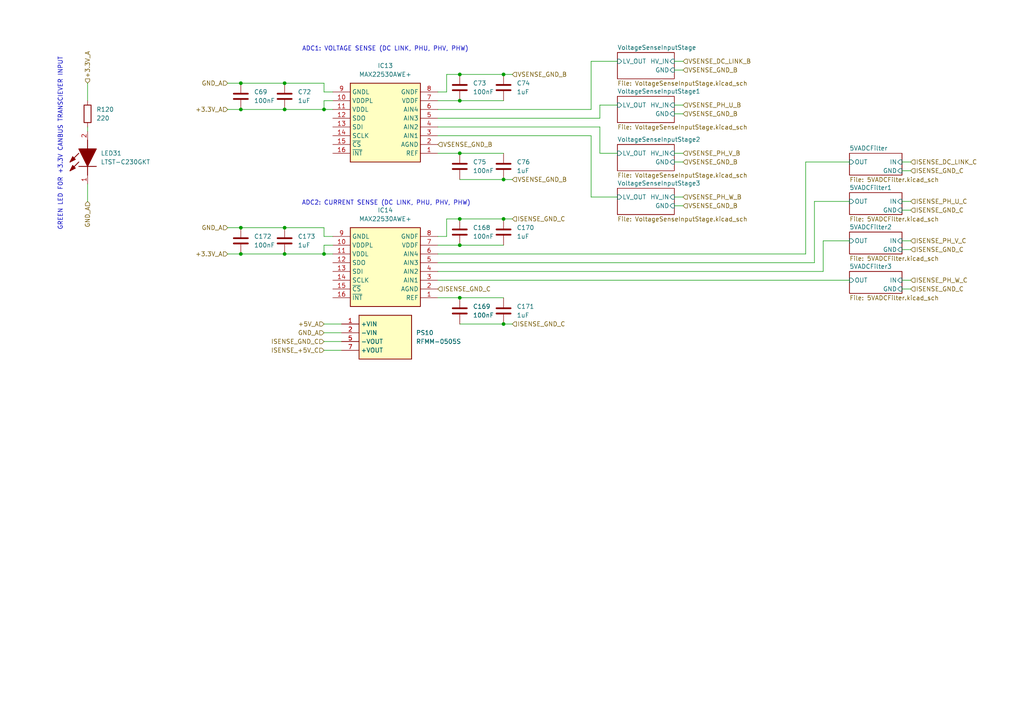
<source format=kicad_sch>
(kicad_sch (version 20250114) (generator "eeschema") (generator_version "9.0")
  (paper "A4")
  (lib_symbols
    (symbol "Device:C" (pin_numbers (hide yes)) (pin_names (offset 0.254))
      (property "Reference" "C" (at 0.635 2.54 0))
      (property "Value" "C" (at 0.635 -2.54 0))
      (symbol "C_0_1"
        (polyline (pts (xy -2.032 0.762) (xy 2.032 0.762)) (stroke (width 0.508)))
        (polyline (pts (xy -2.032 -0.762) (xy 2.032 -0.762)) (stroke (width 0.508)))
      )
      (symbol "C_1_1"
        (pin passive line (at 0 3.81 270) (length 2.794) (name "~") (number "1"))
        (pin passive line (at 0 -3.81 90) (length 2.794) (name "~") (number "2"))
      )
    )
    (symbol "Device:R" (pin_numbers (hide yes)) (pin_names (offset 0))
      (property "Reference" "R" (at 2.032 0 90))
      (property "Value" "R" (at 0 0 90))
      (symbol "R_0_1"
        (rectangle (start -1.016 -2.54) (end 1.016 2.54) (stroke (width 0.254)))
      )
      (symbol "R_1_1"
        (pin passive line (at 0 3.81 270) (length 1.27) (name "~") (number "1"))
        (pin passive line (at 0 -3.81 90) (length 1.27) (name "~") (number "2"))
      )
    )
    (symbol "InverterCom:LTST-C230GKT" (pin_names (hide yes))
      (property "Reference" "LED" (at 12.7 8.89 0))
      (property "Value" "LTST-C230GKT" (at 12.7 6.35 0))
      (symbol "LTST-C230GKT_1_1"
        (polyline (pts (xy 2.54 0) (xy 5.08 0)) (stroke (width 0.254)))
        (polyline (pts (xy 5.08 2.54) (xy 5.08 -2.54)) (stroke (width 0.254)))
        (polyline (pts (xy 5.08 0) (xy 10.16 2.54) (xy 10.16 -2.54) (xy 5.08 0)) (stroke (width 0.254)) (fill (type outline)))
        (polyline (pts (xy 5.334 4.318) (xy 4.572 3.556) (xy 3.81 5.08) (xy 5.334 4.318)) (stroke (width 0.254)) (fill (type outline)))
        (polyline (pts (xy 6.35 2.54) (xy 3.81 5.08)) (stroke (width 0.254)))
        (polyline (pts (xy 7.874 4.318) (xy 7.112 3.556) (xy 6.35 5.08) (xy 7.874 4.318)) (stroke (width 0.254)) (fill (type outline)))
        (polyline (pts (xy 8.89 2.54) (xy 6.35 5.08)) (stroke (width 0.254)))
        (polyline (pts (xy 10.16 0) (xy 12.7 0)) (stroke (width 0.254)))
        (pin passive line (at 0 0 0) (length 2.54) (name "K") (number "1"))
        (pin passive line (at 15.24 0 180) (length 2.54) (name "A") (number "2"))
      )
    )
    (symbol "InverterCom:MAX22530AWE+"
      (property "Reference" "IC" (at 26.67 7.62 0))
      (property "Value" "MAX22530AWE+" (at 26.67 5.08 0))
      (symbol "MAX22530AWE+_1_1"
        (rectangle (start 5.08 2.54) (end 25.4 -20.32) (stroke (width 0.254)) (fill (type background)))
        (pin passive line (at 0 0 0) (length 5.08) (name "REF") (number "1"))
        (pin passive line (at 0 -2.54 0) (length 5.08) (name "AGND") (number "2"))
        (pin passive line (at 0 -5.08 0) (length 5.08) (name "AIN1") (number "3"))
        (pin passive line (at 0 -7.62 0) (length 5.08) (name "AIN2") (number "4"))
        (pin passive line (at 0 -10.16 0) (length 5.08) (name "AIN3") (number "5"))
        (pin passive line (at 0 -12.7 0) (length 5.08) (name "AIN4") (number "6"))
        (pin passive line (at 0 -15.24 0) (length 5.08) (name "VDDF") (number "7"))
        (pin passive line (at 0 -17.78 0) (length 5.08) (name "GNDF") (number "8"))
        (pin passive line (at 30.48 0 180) (length 5.08) (name "~{INT}") (number "16"))
        (pin passive line (at 30.48 -2.54 180) (length 5.08) (name "~{CS}") (number "15"))
        (pin passive line (at 30.48 -5.08 180) (length 5.08) (name "SCLK") (number "14"))
        (pin passive line (at 30.48 -7.62 180) (length 5.08) (name "SDI") (number "13"))
        (pin passive line (at 30.48 -10.16 180) (length 5.08) (name "SDO") (number "12"))
        (pin passive line (at 30.48 -12.7 180) (length 5.08) (name "VDDL") (number "11"))
        (pin passive line (at 30.48 -15.24 180) (length 5.08) (name "VDDPL") (number "10"))
        (pin passive line (at 30.48 -17.78 180) (length 5.08) (name "GNDL") (number "9"))
      )
    )
    (symbol "InverterCom:RFMM-0505S"
      (property "Reference" "PS" (at 21.59 7.62 0))
      (property "Value" "RFMM-0505S" (at 21.59 5.08 0))
      (symbol "RFMM-0505S_1_1"
        (rectangle (start 5.08 2.54) (end 20.32 -10.16) (stroke (width 0.254)) (fill (type background)))
        (pin passive line (at 0 0 0) (length 5.08) (name "+VIN") (number "1"))
        (pin passive line (at 0 -2.54 0) (length 5.08) (name "-VIN") (number "2"))
        (pin passive line (at 0 -5.08 0) (length 5.08) (name "-VOUT") (number "5"))
        (pin passive line (at 0 -7.62 0) (length 5.08) (name "+VOUT") (number "7"))
      )
    )
  )
  (text "ADC1: VOLTAGE SENSE (DC LINK, PHU, PHV, PHW)" (at 111.76 14.224 0) (effects (font (size 1.27 1.27))))
  (text "GREEN LED FOR +3.3V CANBUS TRANSCIEVER INPUT" (at 17.526 41.656 90) (effects (font (size 1.27 1.27))))
  (text "ADC2: CURRENT SENSE (DC LINK, PHU, PHV, PHW)" (at 112.014 58.928 0) (effects (font (size 1.27 1.27))))
  (junction (at 82.55 24.13))
  (junction (at 146.05 63.5))
  (junction (at 133.35 63.5))
  (junction (at 82.55 73.66))
  (junction (at 133.35 44.45))
  (junction (at 69.85 73.66))
  (junction (at 146.05 93.98))
  (junction (at 93.98 31.75))
  (junction (at 146.05 21.59))
  (junction (at 93.98 73.66))
  (junction (at 133.35 21.59))
  (junction (at 133.35 86.36))
  (junction (at 146.05 52.07))
  (junction (at 69.85 66.04))
  (junction (at 82.55 66.04))
  (junction (at 133.35 71.12))
  (junction (at 82.55 31.75))
  (junction (at 69.85 24.13))
  (junction (at 133.35 29.21))
  (junction (at 69.85 31.75))
  (wire (pts (xy 93.98 73.66) (xy 96.52 73.66)))
  (wire (pts (xy 93.98 96.52) (xy 99.06 96.52)))
  (wire (pts (xy 93.98 93.98) (xy 99.06 93.98)))
  (wire (pts (xy 93.98 66.04) (xy 93.98 68.58)))
  (wire (pts (xy 171.45 31.75) (xy 127 31.75)))
  (wire (pts (xy 129.54 21.59) (xy 133.35 21.59)))
  (wire (pts (xy 171.45 57.15) (xy 171.45 39.37)))
  (wire (pts (xy 82.55 73.66) (xy 93.98 73.66)))
  (wire (pts (xy 66.04 73.66) (xy 69.85 73.66)))
  (wire (pts (xy 82.55 24.13) (xy 93.98 24.13)))
  (wire (pts (xy 261.62 83.82) (xy 264.16 83.82)))
  (wire (pts (xy 69.85 66.04) (xy 82.55 66.04)))
  (wire (pts (xy 93.98 101.6) (xy 99.06 101.6)))
  (wire (pts (xy 129.54 63.5) (xy 133.35 63.5)))
  (wire (pts (xy 133.35 86.36) (xy 146.05 86.36)))
  (wire (pts (xy 127 71.12) (xy 133.35 71.12)))
  (wire (pts (xy 198.12 57.15) (xy 195.58 57.15)))
  (wire (pts (xy 261.62 58.42) (xy 264.16 58.42)))
  (wire (pts (xy 82.55 31.75) (xy 93.98 31.75)))
  (wire (pts (xy 246.38 69.85) (xy 238.76 69.85)))
  (wire (pts (xy 261.62 60.96) (xy 264.16 60.96)))
  (wire (pts (xy 93.98 24.13) (xy 93.98 26.67)))
  (wire (pts (xy 133.35 44.45) (xy 146.05 44.45)))
  (wire (pts (xy 129.54 68.58) (xy 129.54 63.5)))
  (wire (pts (xy 233.68 73.66) (xy 233.68 46.99)))
  (wire (pts (xy 261.62 46.99) (xy 264.16 46.99)))
  (wire (pts (xy 198.12 59.69) (xy 195.58 59.69)))
  (wire (pts (xy 93.98 71.12) (xy 93.98 73.66)))
  (wire (pts (xy 198.12 44.45) (xy 195.58 44.45)))
  (wire (pts (xy 66.04 24.13) (xy 69.85 24.13)))
  (wire (pts (xy 133.35 29.21) (xy 146.05 29.21)))
  (wire (pts (xy 146.05 63.5) (xy 148.59 63.5)))
  (wire (pts (xy 233.68 46.99) (xy 246.38 46.99)))
  (wire (pts (xy 133.35 21.59) (xy 146.05 21.59)))
  (wire (pts (xy 173.99 34.29) (xy 127 34.29)))
  (wire (pts (xy 171.45 17.78) (xy 179.07 17.78)))
  (wire (pts (xy 93.98 31.75) (xy 96.52 31.75)))
  (wire (pts (xy 66.04 66.04) (xy 69.85 66.04)))
  (wire (pts (xy 133.35 63.5) (xy 146.05 63.5)))
  (wire (pts (xy 127 36.83) (xy 173.99 36.83)))
  (wire (pts (xy 173.99 30.48) (xy 173.99 34.29)))
  (wire (pts (xy 127 86.36) (xy 133.35 86.36)))
  (wire (pts (xy 93.98 99.06) (xy 99.06 99.06)))
  (wire (pts (xy 179.07 57.15) (xy 171.45 57.15)))
  (wire (pts (xy 198.12 46.99) (xy 195.58 46.99)))
  (wire (pts (xy 127 44.45) (xy 133.35 44.45)))
  (wire (pts (xy 171.45 39.37) (xy 127 39.37)))
  (wire (pts (xy 96.52 71.12) (xy 93.98 71.12)))
  (wire (pts (xy 198.12 17.78) (xy 195.58 17.78)))
  (wire (pts (xy 66.04 31.75) (xy 69.85 31.75)))
  (wire (pts (xy 173.99 44.45) (xy 173.99 36.83)))
  (wire (pts (xy 127 26.67) (xy 129.54 26.67)))
  (wire (pts (xy 198.12 20.32) (xy 195.58 20.32)))
  (wire (pts (xy 82.55 66.04) (xy 93.98 66.04)))
  (wire (pts (xy 146.05 21.59) (xy 148.59 21.59)))
  (wire (pts (xy 198.12 33.02) (xy 195.58 33.02)))
  (wire (pts (xy 127 73.66) (xy 233.68 73.66)))
  (wire (pts (xy 129.54 26.67) (xy 129.54 21.59)))
  (wire (pts (xy 127 76.2) (xy 236.22 76.2)))
  (wire (pts (xy 236.22 76.2) (xy 236.22 58.42)))
  (wire (pts (xy 127 29.21) (xy 133.35 29.21)))
  (wire (pts (xy 93.98 26.67) (xy 96.52 26.67)))
  (wire (pts (xy 127 81.28) (xy 246.38 81.28)))
  (wire (pts (xy 261.62 69.85) (xy 264.16 69.85)))
  (wire (pts (xy 127 78.74) (xy 238.76 78.74)))
  (wire (pts (xy 69.85 31.75) (xy 82.55 31.75)))
  (wire (pts (xy 179.07 44.45) (xy 173.99 44.45)))
  (wire (pts (xy 133.35 52.07) (xy 146.05 52.07)))
  (wire (pts (xy 93.98 29.21) (xy 96.52 29.21)))
  (wire (pts (xy 146.05 52.07) (xy 148.59 52.07)))
  (wire (pts (xy 93.98 29.21) (xy 93.98 31.75)))
  (wire (pts (xy 69.85 24.13) (xy 82.55 24.13)))
  (wire (pts (xy 25.4 24.13) (xy 25.4 29.21)))
  (wire (pts (xy 69.85 73.66) (xy 82.55 73.66)))
  (wire (pts (xy 127 68.58) (xy 129.54 68.58)))
  (wire (pts (xy 261.62 49.53) (xy 264.16 49.53)))
  (wire (pts (xy 198.12 30.48) (xy 195.58 30.48)))
  (wire (pts (xy 133.35 93.98) (xy 146.05 93.98)))
  (wire (pts (xy 171.45 17.78) (xy 171.45 31.75)))
  (wire (pts (xy 261.62 72.39) (xy 264.16 72.39)))
  (wire (pts (xy 25.4 53.34) (xy 25.4 58.42)))
  (wire (pts (xy 238.76 69.85) (xy 238.76 78.74)))
  (wire (pts (xy 93.98 68.58) (xy 96.52 68.58)))
  (wire (pts (xy 173.99 30.48) (xy 179.07 30.48)))
  (wire (pts (xy 146.05 93.98) (xy 148.59 93.98)))
  (wire (pts (xy 236.22 58.42) (xy 246.38 58.42)))
  (wire (pts (xy 133.35 71.12) (xy 146.05 71.12)))
  (wire (pts (xy 261.62 81.28) (xy 264.16 81.28)))
  (wire (pts (xy 25.4 36.83) (xy 25.4 38.1)))
  (hierarchical_label "+3.3V_A" (shape input) (at 66.04 73.66 180))
  (hierarchical_label "ISENSE_GND_C" (shape input) (at 264.16 60.96 0))
  (hierarchical_label "VSENSE_GND_B" (shape input) (at 198.12 33.02 0))
  (hierarchical_label "+3.3V_A" (shape input) (at 25.4 24.13 90))
  (hierarchical_label "ISENSE_PH_V_C" (shape input) (at 264.16 69.85 0))
  (hierarchical_label "ISENSE_PH_U_C" (shape input) (at 264.16 58.42 0))
  (hierarchical_label "ISENSE_GND_C" (shape input) (at 264.16 72.39 0))
  (hierarchical_label "GND_A" (shape input) (at 25.4 58.42 270))
  (hierarchical_label "VSENSE_PH_U_B" (shape input) (at 198.12 30.48 0))
  (hierarchical_label "VSENSE_DC_LINK_B" (shape input) (at 198.12 17.78 0))
  (hierarchical_label "ISENSE_DC_LINK_C" (shape input) (at 264.16 46.99 0))
  (hierarchical_label "ISENSE_GND_C" (shape input) (at 127 83.82 0))
  (hierarchical_label "VSENSE_GND_B" (shape input) (at 198.12 59.69 0))
  (hierarchical_label "VSENSE_GND_B" (shape input) (at 148.59 52.07 0))
  (hierarchical_label "VSENSE_GND_B" (shape input) (at 127 41.91 0))
  (hierarchical_label "GND_A" (shape input) (at 66.04 66.04 180))
  (hierarchical_label "ISENSE_+5V_C" (shape input) (at 93.98 101.6 180))
  (hierarchical_label "VSENSE_GND_B" (shape input) (at 148.59 21.59 0))
  (hierarchical_label "ISENSE_GND_C" (shape input) (at 264.16 49.53 0))
  (hierarchical_label "VSENSE_GND_B" (shape input) (at 198.12 20.32 0))
  (hierarchical_label "GND_A" (shape input) (at 66.04 24.13 180))
  (hierarchical_label "ISENSE_GND_C" (shape input) (at 93.98 99.06 180))
  (hierarchical_label "GND_A" (shape input) (at 93.98 96.52 180))
  (hierarchical_label "VSENSE_PH_V_B" (shape input) (at 198.12 44.45 0))
  (hierarchical_label "VSENSE_GND_B" (shape input) (at 198.12 46.99 0))
  (hierarchical_label "+3.3V_A" (shape input) (at 66.04 31.75 180))
  (hierarchical_label "+5V_A" (shape input) (at 93.98 93.98 180))
  (hierarchical_label "ISENSE_PH_W_C" (shape input) (at 264.16 81.28 0))
  (hierarchical_label "ISENSE_GND_C" (shape input) (at 148.59 93.98 0))
  (hierarchical_label "ISENSE_GND_C" (shape input) (at 264.16 83.82 0))
  (hierarchical_label "ISENSE_GND_C" (shape input) (at 148.59 63.5 0))
  (hierarchical_label "VSENSE_PH_W_B" (shape input) (at 198.12 57.15 0))
  (symbol (lib_id "Device:C") (at 146.05 25.4 0) (unit 1)
    (property "Reference" "C74" (at 149.86 24.1299 0) (effects (justify left)))
    (property "Value" "1uF" (at 149.86 26.6699 0) (effects (justify left)))
    (property "Footprint" "Capacitor_SMD:C_1210_3225Metric_Pad1.33x2.70mm_HandSolder" (effects (hide yes)))
    (property "Description" "Unpolarized capacitor" (effects (hide yes)))
  )
  (symbol (lib_id "Device:C") (at 82.55 69.85 0) (unit 1)
    (property "Reference" "C173" (at 86.36 68.5799 0) (effects (justify left)))
    (property "Value" "1uF" (at 86.36 71.1199 0) (effects (justify left)))
    (property "Footprint" "Capacitor_SMD:C_1210_3225Metric_Pad1.33x2.70mm_HandSolder" (effects (hide yes)))
    (property "Description" "Unpolarized capacitor" (effects (hide yes)))
  )
  (symbol (lib_id "Device:R") (at 25.4 33.02 180) (unit 1)
    (property "Reference" "R120" (at 27.94 31.7499 0) (effects (justify right)))
    (property "Value" "220" (at 27.94 34.2899 0) (effects (justify right)))
    (property "Footprint" "Resistor_SMD:R_1210_3225Metric_Pad1.30x2.65mm_HandSolder" (effects (hide yes)))
    (property "Description" "Resistor" (effects (hide yes)))
  )
  (symbol (lib_id "Device:C") (at 146.05 90.17 0) (unit 1)
    (property "Reference" "C171" (at 149.86 88.8999 0) (effects (justify left)))
    (property "Value" "1uF" (at 149.86 91.4399 0) (effects (justify left)))
    (property "Footprint" "Capacitor_SMD:C_1210_3225Metric_Pad1.33x2.70mm_HandSolder" (effects (hide yes)))
    (property "Description" "Unpolarized capacitor" (effects (hide yes)))
  )
  (symbol (lib_id "Device:C") (at 133.35 48.26 0) (unit 1)
    (property "Reference" "C75" (at 137.16 46.9899 0) (effects (justify left)))
    (property "Value" "100nF" (at 137.16 49.53 0) (effects (justify left)))
    (property "Footprint" "Capacitor_SMD:C_1210_3225Metric_Pad1.33x2.70mm_HandSolder" (effects (hide yes)))
    (property "Description" "Unpolarized capacitor" (effects (hide yes)))
  )
  (symbol (lib_id "InverterCom:LTST-C230GKT") (at 25.4 53.34 90) (unit 1)
    (property "Reference" "LED31" (at 29.21 44.4499 90) (effects (justify right)))
    (property "Value" "LTST-C230GKT" (at 29.21 46.9899 90) (effects (justify right)))
    (property "Footprint" "InverterCom:LEDC3216X120N" (effects (hide yes)))
    (property "Description" "Lite-On LTST-C230GKT Green LED, 569 nm, 3016 (1206), Rectangle Lens SMD Package" (effects (hide yes)))
    (property "Height" "1.2" (effects (hide yes)))
    (property "Mouser Part Number" "859-LTST-C230GKT" (effects (hide yes)))
    (property "Mouser Price/Stock" "https://www.mouser.co.uk/ProductDetail/Lite-On/LTST-C230GKT?qs=7ZnIBiPc9DrbEstVFO1DAg%3D%3D" (effects (hide yes)))
    (property "Manufacturer_Name" "Lite-On" (effects (hide yes)))
    (property "Manufacturer_Part_Number" "LTST-C230GKT" (effects (hide yes)))
  )
  (symbol (lib_id "Device:C") (at 133.35 90.17 0) (unit 1)
    (property "Reference" "C169" (at 137.16 88.8999 0) (effects (justify left)))
    (property "Value" "100nF" (at 137.16 91.44 0) (effects (justify left)))
    (property "Footprint" "Capacitor_SMD:C_1210_3225Metric_Pad1.33x2.70mm_HandSolder" (effects (hide yes)))
    (property "Description" "Unpolarized capacitor" (effects (hide yes)))
  )
  (symbol (lib_id "InverterCom:RFMM-0505S") (at 99.06 93.98 0) (unit 1)
    (property "Reference" "PS10" (at 120.65 96.5199 0) (effects (justify left)))
    (property "Value" "RFMM-0505S" (at 120.65 99.0599 0) (effects (justify left)))
    (property "Footprint" "InverterCom:RFMM0505S" (effects (hide yes)))
    (property "Datasheet" "https://www.recom-power.com/pdf/Econoline/RFMM.pdf" (effects (hide yes)))
    (property "Description" "Isolated DC/DC Converters 1W 5Vin 5Vout 200mA SIP7" (effects (hide yes)))
    (property "Height" "10.7" (effects (hide yes)))
    (property "Mouser Part Number" "919-RFMM-0505S" (effects (hide yes)))
    (property "Mouser Price/Stock" "https://www.mouser.co.uk/ProductDetail/RECOM-Power/RFMM-0505S?qs=lYGu3FyN48cLA%2FDlNgurmw%3D%3D" (effects (hide yes)))
    (property "Manufacturer_Name" "RECOM Power" (effects (hide yes)))
    (property "Manufacturer_Part_Number" "RFMM-0505S" (effects (hide yes)))
  )
  (symbol (lib_id "Device:C") (at 82.55 27.94 0) (unit 1)
    (property "Reference" "C72" (at 86.36 26.6699 0) (effects (justify left)))
    (property "Value" "1uF" (at 86.36 29.2099 0) (effects (justify left)))
    (property "Footprint" "Capacitor_SMD:C_1210_3225Metric_Pad1.33x2.70mm_HandSolder" (effects (hide yes)))
    (property "Description" "Unpolarized capacitor" (effects (hide yes)))
  )
  (symbol (lib_id "Device:C") (at 133.35 67.31 0) (unit 1)
    (property "Reference" "C168" (at 137.16 66.0399 0) (effects (justify left)))
    (property "Value" "100nF" (at 137.16 68.58 0) (effects (justify left)))
    (property "Footprint" "Capacitor_SMD:C_1210_3225Metric_Pad1.33x2.70mm_HandSolder" (effects (hide yes)))
    (property "Description" "Unpolarized capacitor" (effects (hide yes)))
  )
  (symbol (lib_id "Device:C") (at 69.85 27.94 0) (unit 1)
    (property "Reference" "C69" (at 73.66 26.6699 0) (effects (justify left)))
    (property "Value" "100nF" (at 73.66 29.21 0) (effects (justify left)))
    (property "Footprint" "Capacitor_SMD:C_1210_3225Metric_Pad1.33x2.70mm_HandSolder" (effects (hide yes)))
    (property "Description" "Unpolarized capacitor" (effects (hide yes)))
  )
  (symbol (lib_id "InverterCom:MAX22530AWE+") (at 127 44.45 180) (unit 1)
    (property "Reference" "IC13" (at 111.76 19.05 0))
    (property "Value" "MAX22530AWE+" (at 111.76 21.59 0))
    (property "Footprint" "SOIC127P1032X265-16N" (effects (hide yes)))
    (property "Datasheet" "https://www.analog.com/MAX22530/datasheet" (effects (hide yes)))
    (property "Description" "Field-Side Self-Powered, 4-Channel, 12-bit, Isolated ADC" (effects (hide yes)))
    (property "Height" "2.65" (effects (hide yes)))
    (property "Mouser Part Number" "700-MAX22530AWE+" (effects (hide yes)))
    (property "Mouser Price/Stock" "https://www.mouser.co.uk/ProductDetail/Analog-Devices-Maxim-Integrated/MAX22530AWE%2b?qs=DRkmTr78QASxug5yEXUKBg%3D%3D" (effects (hide yes)))
    (property "Manufacturer_Name" "Analog Devices" (effects (hide yes)))
    (property "Manufacturer_Part_Number" "MAX22530AWE+" (effects (hide yes)))
  )
  (symbol (lib_id "Device:C") (at 146.05 67.31 0) (unit 1)
    (property "Reference" "C170" (at 149.86 66.0399 0) (effects (justify left)))
    (property "Value" "1uF" (at 149.86 68.5799 0) (effects (justify left)))
    (property "Footprint" "Capacitor_SMD:C_1210_3225Metric_Pad1.33x2.70mm_HandSolder" (effects (hide yes)))
    (property "Description" "Unpolarized capacitor" (effects (hide yes)))
  )
  (symbol (lib_id "Device:C") (at 146.05 48.26 0) (unit 1)
    (property "Reference" "C76" (at 149.86 46.9899 0) (effects (justify left)))
    (property "Value" "1uF" (at 149.86 49.5299 0) (effects (justify left)))
    (property "Footprint" "Capacitor_SMD:C_1210_3225Metric_Pad1.33x2.70mm_HandSolder" (effects (hide yes)))
    (property "Description" "Unpolarized capacitor" (effects (hide yes)))
  )
  (symbol (lib_id "Device:C") (at 133.35 25.4 0) (unit 1)
    (property "Reference" "C73" (at 137.16 24.1299 0) (effects (justify left)))
    (property "Value" "100nF" (at 137.16 26.67 0) (effects (justify left)))
    (property "Footprint" "Capacitor_SMD:C_1210_3225Metric_Pad1.33x2.70mm_HandSolder" (effects (hide yes)))
    (property "Description" "Unpolarized capacitor" (effects (hide yes)))
  )
  (symbol (lib_id "Device:C") (at 69.85 69.85 0) (unit 1)
    (property "Reference" "C172" (at 73.66 68.5799 0) (effects (justify left)))
    (property "Value" "100nF" (at 73.66 71.12 0) (effects (justify left)))
    (property "Footprint" "Capacitor_SMD:C_1210_3225Metric_Pad1.33x2.70mm_HandSolder" (effects (hide yes)))
    (property "Description" "Unpolarized capacitor" (effects (hide yes)))
  )
  (symbol (lib_id "InverterCom:MAX22530AWE+") (at 127 86.36 180) (unit 1)
    (property "Reference" "IC14" (at 111.76 60.96 0))
    (property "Value" "MAX22530AWE+" (at 111.76 63.5 0))
    (property "Footprint" "SOIC127P1032X265-16N" (effects (hide yes)))
    (property "Datasheet" "https://www.analog.com/MAX22530/datasheet" (effects (hide yes)))
    (property "Description" "Field-Side Self-Powered, 4-Channel, 12-bit, Isolated ADC" (effects (hide yes)))
    (property "Height" "2.65" (effects (hide yes)))
    (property "Mouser Part Number" "700-MAX22530AWE+" (effects (hide yes)))
    (property "Mouser Price/Stock" "https://www.mouser.co.uk/ProductDetail/Analog-Devices-Maxim-Integrated/MAX22530AWE%2b?qs=DRkmTr78QASxug5yEXUKBg%3D%3D" (effects (hide yes)))
    (property "Manufacturer_Name" "Analog Devices" (effects (hide yes)))
    (property "Manufacturer_Part_Number" "MAX22530AWE+" (effects (hide yes)))
  )
  (sheet (at 179.07 54.61) (size 16.51 7.62) (stroke (width 0.1524))
    (property "Sheetname" "VoltageSenseInputStage3" (at 179.07 53.8984 0) (effects (justify left bottom)))
    (property "Sheetfile" "VoltageSenseInputStage.kicad_sch" (at 179.07 62.8146 0) (effects (justify left top)))
    (pin "GND" input (at 195.58 59.69 0))
    (pin "HV_IN" input (at 195.58 57.15 0))
    (pin "LV_OUT" input (at 179.07 57.15 180))
  )
  (sheet (at 246.38 78.74) (size 15.24 6.35) (stroke (width 0.1524))
    (property "Sheetname" "5VADCFilter3" (at 246.38 78.0284 0) (effects (justify left bottom)))
    (property "Sheetfile" "5VADCFilter.kicad_sch" (at 246.38 85.6746 0) (effects (justify left top)))
    (pin "GND" input (at 261.62 83.82 0))
    (pin "IN" input (at 261.62 81.28 0))
    (pin "OUT" input (at 246.38 81.28 180))
  )
  (sheet (at 246.38 44.45) (size 15.24 6.35) (stroke (width 0.1524))
    (property "Sheetname" "5VADCFilter" (at 246.38 43.7384 0) (effects (justify left bottom)))
    (property "Sheetfile" "5VADCFilter.kicad_sch" (at 246.38 51.3846 0) (effects (justify left top)))
    (pin "GND" input (at 261.62 49.53 0))
    (pin "IN" input (at 261.62 46.99 0))
    (pin "OUT" input (at 246.38 46.99 180))
  )
  (sheet (at 246.38 67.31) (size 15.24 6.35) (stroke (width 0.1524))
    (property "Sheetname" "5VADCFilter2" (at 246.38 66.5984 0) (effects (justify left bottom)))
    (property "Sheetfile" "5VADCFilter.kicad_sch" (at 246.38 74.2446 0) (effects (justify left top)))
    (pin "GND" input (at 261.62 72.39 0))
    (pin "IN" input (at 261.62 69.85 0))
    (pin "OUT" input (at 246.38 69.85 180))
  )
  (sheet (at 246.38 55.88) (size 15.24 6.35) (stroke (width 0.1524))
    (property "Sheetname" "5VADCFilter1" (at 246.38 55.1684 0) (effects (justify left bottom)))
    (property "Sheetfile" "5VADCFilter.kicad_sch" (at 246.38 62.8146 0) (effects (justify left top)))
    (pin "GND" input (at 261.62 60.96 0))
    (pin "IN" input (at 261.62 58.42 0))
    (pin "OUT" input (at 246.38 58.42 180))
  )
  (sheet (at 179.07 27.94) (size 16.51 7.62) (stroke (width 0.1524))
    (property "Sheetname" "VoltageSenseInputStage1" (at 179.07 27.2284 0) (effects (justify left bottom)))
    (property "Sheetfile" "VoltageSenseInputStage.kicad_sch" (at 179.07 36.1446 0) (effects (justify left top)))
    (pin "GND" input (at 195.58 33.02 0))
    (pin "HV_IN" input (at 195.58 30.48 0))
    (pin "LV_OUT" input (at 179.07 30.48 180))
  )
  (sheet (at 179.07 15.24) (size 16.51 7.62) (stroke (width 0.1524))
    (property "Sheetname" "VoltageSenseInputStage" (at 179.07 14.5284 0) (effects (justify left bottom)))
    (property "Sheetfile" "VoltageSenseInputStage.kicad_sch" (at 179.07 23.4446 0) (effects (justify left top)))
    (pin "GND" input (at 195.58 20.32 0))
    (pin "HV_IN" input (at 195.58 17.78 0))
    (pin "LV_OUT" input (at 179.07 17.78 180))
  )
  (sheet (at 179.07 41.91) (size 16.51 7.62) (stroke (width 0.1524))
    (property "Sheetname" "VoltageSenseInputStage2" (at 179.07 41.1984 0) (effects (justify left bottom)))
    (property "Sheetfile" "VoltageSenseInputStage.kicad_sch" (at 179.07 50.1146 0) (effects (justify left top)))
    (pin "GND" input (at 195.58 46.99 0))
    (pin "HV_IN" input (at 195.58 44.45 0))
    (pin "LV_OUT" input (at 179.07 44.45 180))
  )
)
</source>
